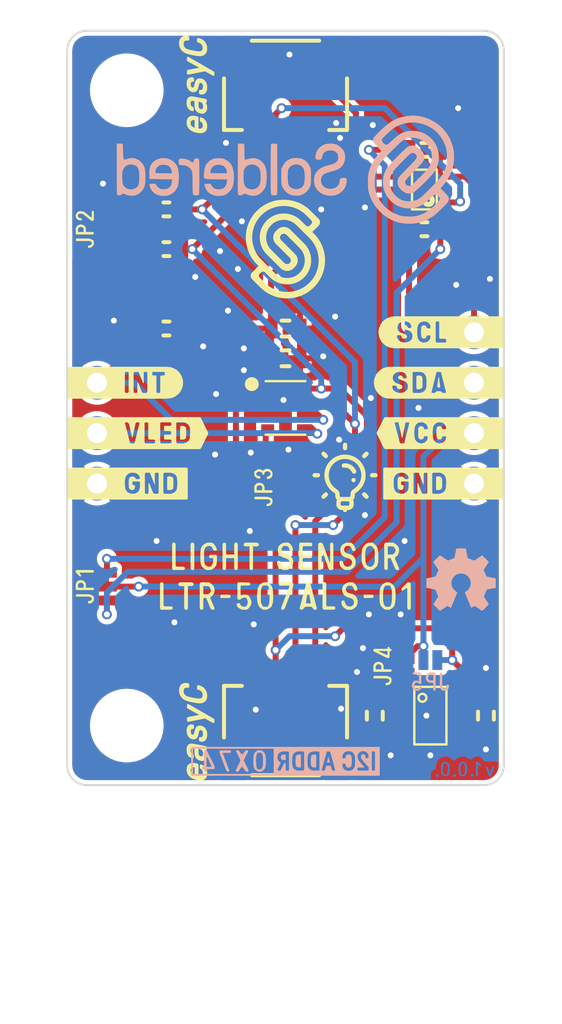
<source format=kicad_pcb>
(kicad_pcb (version 20210623) (generator pcbnew)
  (layers (0 "F.Cu" signal) (31 "B.Cu" signal) (34 "B.Paste" user) (35 "F.Paste" user) (36 "B.SilkS" user "B.Silkscreen") (37 "F.SilkS" user "F.Silkscreen") (38 "B.Mask" user) (39 "F.Mask" user) (44 "Edge.Cuts" user))
  (net 0 "")
  (net 1 "GND")
  (net 2 "3V3")
  (net 3 "Net-(C3-Pad2)")
  (net 4 "SCL_PULL5")
  (net 5 "5V")
  (net 6 "SDA_PULL5")
  (net 7 "SCL_PULL3,3")
  (net 8 "SDA_PULL3,3")
  (net 9 "SEL")
  (net 10 "VLED")
  (net 11 "INT")
  (net 12 "SCL3,3")
  (net 13 "SDA3,3")
  (net 14 "SDA5")
  (net 15 "SCL5")
  (footprint "e-radionica.com footprinti:0603C" (layer "F.Cu") (at 105.5 146.5 90)
    (fp_text reference "C3")
    (fp_text value "2.2uF")
    (pad "1" smd rect locked (at -0.73 0 90) (size 0.66 1) (layers "F.Cu" "F.Paste" "F.Mask") (net 1 "GND"))
    (pad "2" smd rect locked (at 0.73 0 90) (size 0.66 1) (layers "F.Cu" "F.Paste" "F.Mask") (net 3 "Net-(C3-Pad2)"))
  )
  (footprint "e-radionica.com footprinti:easyC-connector" (layer "F.Cu") (at 101 146.7 180)
    (fp_text reference "K4")
    (fp_text value "easyC-SMD")
    (pad "1" smd rect locked (at -1.5 2.15 180) (size 0.6 1.55) (layers "F.Cu" "F.Paste" "F.Mask") (net 12 "SCL3,3"))
    (pad "2" smd rect locked (at -0.5 2.15 180) (size 0.6 1.55) (layers "F.Cu" "F.Paste" "F.Mask") (net 13 "SDA3,3"))
    (pad "3" smd rect locked (at 0.5 2.15 180) (size 0.6 1.55) (layers "F.Cu" "F.Paste" "F.Mask") (net 2 "3V3"))
    (pad "4" smd rect locked (at 1.5 2.15 180) (size 0.6 1.55) (layers "F.Cu" "F.Paste" "F.Mask") (net 1 "GND"))
    (pad "5" smd rect locked (at -2.6 -2.15 180) (size 1.2 1.8) (layers "F.Cu" "F.Paste" "F.Mask") (net 1 "GND"))
    (pad "5" smd rect locked (at 2.6 -2.15 180) (size 1.2 1.8) (layers "F.Cu" "F.Paste" "F.Mask") (net 1 "GND"))
  )
  (footprint "Soldered Graphics:Logo-Back-OSH-3.5mm" (layer "F.Cu") (at 109.85 139.65)
    (fp_text reference "G***" hide)
    (fp_text value "LOGO" hide)
  )
  (footprint "e-radionica.com footprinti:0603C" (layer "F.Cu") (at 101 128.5 180)
    (fp_text reference "C2")
    (fp_text value "100n")
    (pad "1" smd rect locked (at -0.73 0 180) (size 0.66 1) (layers "F.Cu" "F.Paste" "F.Mask") (net 1 "GND"))
    (pad "2" smd rect locked (at 0.73 0 180) (size 0.66 1) (layers "F.Cu" "F.Paste" "F.Mask") (net 2 "3V3"))
  )
  (footprint "e-radionica.com footprinti:0603C" (layer "F.Cu") (at 111.1 146.5 90)
    (fp_text reference "C4")
    (fp_text value "2.2uF")
    (pad "1" smd rect locked (at -0.73 0 90) (size 0.66 1) (layers "F.Cu" "F.Paste" "F.Mask") (net 1 "GND"))
    (pad "2" smd rect locked (at 0.73 0 90) (size 0.66 1) (layers "F.Cu" "F.Paste" "F.Mask") (net 2 "3V3"))
  )
  (footprint "e-radionica.com footprinti:SMD_JUMPER_3_PAD_TRACE" (layer "F.Cu") (at 92 140 -90)
    (fp_text reference "JP1")
    (fp_text value "SMD_JUMPER_3_PAD_TRACE")
    (fp_poly (pts (xy -0.25 0.05) (xy -0.45 0.05) (xy -0.45 -0.05) (xy -0.25 -0.05)) (layer "F.Cu") (width 0.1) (fill solid))
    (fp_poly (pts (xy 0.45 0.05) (xy 0.25 0.05) (xy 0.25 -0.05) (xy 0.45 -0.05)) (layer "F.Cu") (width 0.1) (fill solid))
    (pad "1" smd rect (at -0.7 0 90) (size 0.5 1) (layers "F.Cu" "F.Mask") (net 4 "SCL_PULL5"))
    (pad "2" smd custom (at 0 0 90) (size 0.5 1) (layers "F.Cu" "F.Mask") (net 5 "5V") (options (clearance outline) (anchor rect)) (primitives))
    (pad "3" smd rect (at 0.7 0 90) (size 0.5 1) (layers "F.Cu" "F.Mask") (net 6 "SDA_PULL5"))
  )
  (footprint "buzzardLabel" (layer "F.Cu") (at 112.4 132.27)
    (fp_text reference "" (at 0 0) (layer "F.SilkS") (effects (font (size 1.27 1.27))))
    (fp_text value "" (at 0 0) (layer "F.SilkS") (effects (font (size 1.27 1.27))))
  )
  (footprint "Soldered Graphics:Logo-Front-easyC-5mm" (layer "F.Cu") (at 96.5 114.7 90)
    (fp_text reference "G***" hide)
    (fp_text value "LOGO" hide)
  )
  (footprint "Soldered Graphics:Logo-Back-SolderedFULL-17mm" (layer "F.Cu") (at 101 119)
    (fp_text reference "REF**" hide)
    (fp_text value "Logo-Front-SolderedFULL-17mm" hide)
  )
  (footprint "e-radionica.com footprinti:FIDUCIAL_23" (layer "F.Cu") (at 109.8 113.9)
    (fp_text reference "FD1")
    (fp_text value "FIDUCIAL")
    (fp_circle (center 0 0) (end 1 0) (layer "F.Cu") (width 0.2) (fill none))
    (pad "1" smd circle (at 0 0) (size 1 1) (layers "F.Cu" "F.Paste" "F.Mask") (clearance 1.1))
  )
  (footprint "buzzardLabel" (layer "F.Cu") (at 112.4 129.73)
    (fp_text reference "" (at 0 0) (layer "F.SilkS") (effects (font (size 1.27 1.27))))
    (fp_text value "" (at 0 0) (layer "F.SilkS") (effects (font (size 1.27 1.27))))
  )
  (footprint "buzzardLabel" (layer "F.Cu") (at 101 138.5)
    (fp_text reference "" (at 0 0) (layer "F.SilkS") (effects (font (size 1.27 1.27))))
    (fp_text value "" (at 0 0) (layer "F.SilkS") (effects (font (size 1.27 1.27))))
  )
  (footprint "e-radionica.com footprinti:HOLE_3.2mm" (layer "F.Cu") (at 93 115)
    (fp_text reference "H2" hide)
    (fp_text value "HOLE_3.2mm" hide)
    (pad "" np_thru_hole circle locked (at 0 0) (size 3.2 3.2) (drill 3.2) (layers F&B.Cu *.Mask))
  )
  (footprint "e-radionica.com footprinti:LTR-507ALS-01" (layer "F.Cu") (at 101 131)
    (fp_text reference "U2")
    (fp_text value "LTR-507ALS-01")
    (pad "1" smd rect (at -0.9 -0.975) (size 0.65 0.3) (layers "F.Cu" "F.Paste" "F.Mask") (net 2 "3V3"))
    (pad "2" smd rect (at -0.9 -0.325) (size 0.65 0.3) (layers "F.Cu" "F.Paste" "F.Mask") (net 1 "GND"))
    (pad "3" smd rect (at -0.9 0.325) (size 0.65 0.3) (layers "F.Cu" "F.Paste" "F.Mask") (net 1 "GND"))
    (pad "4" smd rect (at -0.9 0.975) (size 0.65 0.3) (layers "F.Cu" "F.Paste" "F.Mask") (net 9 "SEL"))
    (pad "5" smd rect (at 0.9 0.975) (size 0.65 0.3) (layers "F.Cu" "F.Paste" "F.Mask") (net 10 "VLED"))
    (pad "6" smd rect (at 0.9 0.325) (size 0.65 0.3) (layers "F.Cu" "F.Paste" "F.Mask") (net 11 "INT"))
    (pad "7" smd rect (at 0.9 -0.325) (size 0.65 0.3) (layers "F.Cu" "F.Paste" "F.Mask") (net 12 "SCL3,3"))
    (pad "8" smd rect (at 0.9 -0.975) (size 0.65 0.3) (layers "F.Cu" "F.Paste" "F.Mask") (net 13 "SDA3,3"))
  )
  (footprint "buzzardLabel" (layer "F.Cu") (at 101 140.5)
    (fp_text reference "" (at 0 0) (layer "F.SilkS") (effects (font (size 1.27 1.27))))
    (fp_text value "" (at 0 0) (layer "F.SilkS") (effects (font (size 1.27 1.27))))
  )
  (footprint "buzzardLabel" (layer "F.Cu") (at 89.6 134.81)
    (fp_text reference "" (at 0 0) (layer "F.SilkS") (effects (font (size 1.27 1.27))))
    (fp_text value "" (at 0 0) (layer "F.SilkS") (effects (font (size 1.27 1.27))))
  )
  (footprint "Soldered Graphics:Logo-Front-Soldered-5mm" (layer "F.Cu") (at 101 123)
    (fp_text reference "G***" hide)
    (fp_text value "LOGO" hide)
  )
  (footprint "e-radionica.com footprinti:0603R" (layer "F.Cu") (at 95 121 180)
    (fp_text reference "R4")
    (fp_text value "10k")
    (pad "1" smd rect locked (at -0.775 0 270) (size 1 0.64) (layers "F.Cu" "F.Paste" "F.Mask") (net 12 "SCL3,3"))
    (pad "2" smd rect locked (at 0.775 0 270) (size 1 0.64) (layers "F.Cu" "F.Paste" "F.Mask") (net 7 "SCL_PULL3,3"))
  )
  (footprint "e-radionica.com footprinti:0603R" (layer "F.Cu") (at 108 118)
    (fp_text reference "R2")
    (fp_text value "10k")
    (pad "1" smd rect locked (at -0.775 0 90) (size 1 0.64) (layers "F.Cu" "F.Paste" "F.Mask") (net 4 "SCL_PULL5"))
    (pad "2" smd rect locked (at 0.775 0 90) (size 1 0.64) (layers "F.Cu" "F.Paste" "F.Mask") (net 15 "SCL5"))
  )
  (footprint "e-radionica.com footprinti:SMD-JUMPER-CONNECTED_TRACE_SLODERMASK" (layer "F.Cu") (at 107 144 90)
    (fp_text reference "JP4")
    (fp_text value "SMD-JUMPER-CONNECTED_TRACE_SLODERMASK")
    (fp_poly (pts (xy 0.1 0.1) (xy -0.1 0.1) (xy -0.1 -0.1) (xy 0.1 -0.1)) (layer "F.Cu") (width 0.1) (fill solid))
    (pad "1" smd rect (at -0.35 0 90) (size 0.5 1) (layers "F.Cu" "F.Mask") (net 3 "Net-(C3-Pad2)"))
    (pad "2" smd rect (at 0.35 0 90) (size 0.5 1) (layers "F.Cu" "F.Mask") (net 5 "5V"))
  )
  (footprint "e-radionica.com footprinti:SMD_JUMPER_3_PAD_CONNECTED_RIGHT" (layer "F.Cu") (at 101 135 90)
    (fp_text reference "JP3")
    (fp_text value "JUMPER_3_RIGHT")
    (pad "1" smd rect (at -0.7 0 270) (size 0.5 1) (layers "F.Cu" "F.Mask") (net 2 "3V3"))
    (pad "2" smd rect (at 0 0 270) (size 0.5 1) (layers "F.Cu" "F.Paste" "F.Mask") (net 9 "SEL"))
    (pad "3" smd rect (at 0.7 0 270) (size 0.5 1) (layers "F.Cu" "F.Paste" "F.Mask") (net 1 "GND"))
  )
  (footprint "e-radionica.com footprinti:0603C" (layer "F.Cu") (at 101 127 180)
    (fp_text reference "C1")
    (fp_text value "4u7")
    (pad "1" smd rect locked (at -0.73 0 180) (size 0.66 1) (layers "F.Cu" "F.Paste" "F.Mask") (net 1 "GND"))
    (pad "2" smd rect locked (at 0.73 0 180) (size 0.66 1) (layers "F.Cu" "F.Paste" "F.Mask") (net 2 "3V3"))
  )
  (footprint "e-radionica.com footprinti:SOT-23-5" (layer "F.Cu") (at 108.3 146.5)
    (fp_text reference "U3")
    (fp_text value "SE5218")
    (pad "1" smd rect (at -1.3 -0.95) (size 1.1 0.6) (layers "F.Cu" "F.Paste" "F.Mask") (net 3 "Net-(C3-Pad2)"))
    (pad "2" smd rect (at -1.3 0) (size 1.1 0.6) (layers "F.Cu" "F.Paste" "F.Mask") (net 1 "GND"))
    (pad "3" smd rect (at -1.3 0.95) (size 1.1 0.6) (layers "F.Cu" "F.Paste" "F.Mask") (net 3 "Net-(C3-Pad2)"))
    (pad "4" smd rect (at 1.3 0.95) (size 1.1 0.6) (layers "F.Cu" "F.Paste" "F.Mask"))
    (pad "5" smd rect (at 1.3 -0.95) (size 1.1 0.6) (layers "F.Cu" "F.Paste" "F.Mask") (net 2 "3V3"))
  )
  (footprint "buzzardLabel" (layer "F.Cu") (at 112.4 127.19)
    (fp_text reference "" (at 0 0) (layer "F.SilkS") (effects (font (size 1.27 1.27))))
    (fp_text value "" (at 0 0) (layer "F.SilkS") (effects (font (size 1.27 1.27))))
  )
  (footprint "e-radionica.com footprinti:SMD_JUMPER_3_PAD_TRACE" (layer "F.Cu") (at 92 122 -90)
    (fp_text reference "JP2")
    (fp_text value "SMD_JUMPER_3_PAD_TRACE")
    (fp_poly (pts (xy -0.25 0.05) (xy -0.45 0.05) (xy -0.45 -0.05) (xy -0.25 -0.05)) (layer "F.Cu") (width 0.1) (fill solid))
    (fp_poly (pts (xy 0.45 0.05) (xy 0.25 0.05) (xy 0.25 -0.05) (xy 0.45 -0.05)) (layer "F.Cu") (width 0.1) (fill solid))
    (pad "1" smd rect (at -0.7 0 90) (size 0.5 1) (layers "F.Cu" "F.Mask") (net 7 "SCL_PULL3,3"))
    (pad "2" smd custom (at 0 0 90) (size 0.5 1) (layers "F.Cu" "F.Mask") (net 2 "3V3") (options (clearance outline) (anchor rect)) (primitives))
    (pad "3" smd rect (at 0.7 0 90) (size 0.5 1) (layers "F.Cu" "F.Mask") (net 8 "SDA_PULL3,3"))
  )
  (footprint "e-radionica.com footprinti:0603R" (layer "F.Cu") (at 108 122)
    (fp_text reference "R3")
    (fp_text value "10k")
    (pad "1" smd rect locked (at -0.775 0 90) (size 1 0.64) (layers "F.Cu" "F.Paste" "F.Mask") (net 14 "SDA5"))
    (pad "2" smd rect locked (at 0.775 0 90) (size 1 0.64) (layers "F.Cu" "F.Paste" "F.Mask") (net 6 "SDA_PULL5"))
  )
  (footprint "buzzardLabel" (layer "F.Cu") (at 89.6 129.73)
    (fp_text reference "" (at 0 0) (layer "F.SilkS") (effects (font (size 1.27 1.27))))
    (fp_text value "" (at 0 0) (layer "F.SilkS") (effects (font (size 1.27 1.27))))
  )
  (footprint "Soldered Graphics:Logo-Front-easyC-5mm" (layer "F.Cu") (at 96.5 147.3 90)
    (fp_text reference "G***" hide)
    (fp_text value "LOGO" hide)
  )
  (footprint "e-radionica.com footprinti:0603R" (layer "F.Cu") (at 95 127 180)
    (fp_text reference "R5")
    (fp_text value "10k")
    (pad "1" smd rect locked (at -0.775 0 270) (size 1 0.64) (layers "F.Cu" "F.Paste" "F.Mask") (net 2 "3V3"))
    (pad "2" smd rect locked (at 0.775 0 270) (size 1 0.64) (layers "F.Cu" "F.Paste" "F.Mask") (net 11 "INT"))
  )
  (footprint "buzzardLabel" (layer "F.Cu") (at 99.9 135 90)
    (fp_text reference "" (at 0 0 90) (layer "F.SilkS") (effects (font (size 1.27 1.27))))
    (fp_text value "" (at 0 0 90) (layer "F.SilkS") (effects (font (size 1.27 1.27))))
  )
  (footprint "e-radionica.com footprinti:0603R" (layer "F.Cu") (at 95 123)
    (fp_text reference "R1")
    (fp_text value "10k")
    (pad "1" smd rect locked (at -0.775 0 90) (size 1 0.64) (layers "F.Cu" "F.Paste" "F.Mask") (net 8 "SDA_PULL3,3"))
    (pad "2" smd rect locked (at 0.775 0 90) (size 1 0.64) (layers "F.Cu" "F.Paste" "F.Mask") (net 13 "SDA3,3"))
  )
  (footprint "Soldered Graphics:Symbol-Front-Light" (layer "F.Cu") (at 104 134.5)
    (fp_text reference "G***" hide)
    (fp_text value "LOGO" hide)
  )
  (footprint "buzzardLabel" (layer "F.Cu") (at 112.4 134.81)
    (fp_text reference "" (at 0 0) (layer "F.SilkS") (effects (font (size 1.27 1.27))))
    (fp_text value "" (at 0 0) (layer "F.SilkS") (effects (font (size 1.27 1.27))))
  )
  (footprint "buzzardLabel" (layer "F.Cu") (at 90.9 140 90)
    (fp_text reference "" (at 0 0 90) (layer "F.SilkS") (effects (font (size 1.27 1.27))))
    (fp_text value "" (at 0 0 90) (layer "F.SilkS") (effects (font (size 1.27 1.27))))
  )
  (footprint "buzzardLabel" (layer "F.Cu") (at 105.9 144 90)
    (fp_text reference "" (at 0 0 90) (layer "F.SilkS") (effects (font (size 1.27 1.27))))
    (fp_text value "" (at 0 0 90) (layer "F.SilkS") (effects (font (size 1.27 1.27))))
  )
  (footprint "buzzardLabel" (layer "F.Cu") (at 90.9 122 90)
    (fp_text reference "" (at 0 0 90) (layer "F.SilkS") (effects (font (size 1.27 1.27))))
    (fp_text value "" (at 0 0 90) (layer "F.SilkS") (effects (font (size 1.27 1.27))))
  )
  (footprint "e-radionica.com footprinti:easyC-connector" (layer "F.Cu") (at 101 115.3)
    (fp_text reference "K2")
    (fp_text value "easyC-SMD")
    (pad "1" smd rect locked (at -1.5 2.15) (size 0.6 1.55) (layers "F.Cu" "F.Paste" "F.Mask") (net 12 "SCL3,3"))
    (pad "2" smd rect locked (at -0.5 2.15) (size 0.6 1.55) (layers "F.Cu" "F.Paste" "F.Mask") (net 13 "SDA3,3"))
    (pad "3" smd rect locked (at 0.5 2.15) (size 0.6 1.55) (layers "F.Cu" "F.Paste" "F.Mask") (net 2 "3V3"))
    (pad "4" smd rect locked (at 1.5 2.15) (size 0.6 1.55) (layers "F.Cu" "F.Paste" "F.Mask") (net 1 "GND"))
    (pad "5" smd rect locked (at -2.6 -2.15) (size 1.2 1.8) (layers "F.Cu" "F.Paste" "F.Mask") (net 1 "GND"))
    (pad "5" smd rect locked (at 2.6 -2.15) (size 1.2 1.8) (layers "F.Cu" "F.Paste" "F.Mask") (net 1 "GND"))
  )
  (footprint "e-radionica.com footprinti:SOT-363" (layer "F.Cu") (at 108 120 180)
    (fp_text reference "U1")
    (fp_text value "NMOS-DUAL")
    (pad "1" smd rect (at -0.92 -0.65 270) (size 0.3 0.66) (layers "F.Cu" "F.Paste" "F.Mask") (net 13 "SDA3,3"))
    (pad "2" smd rect (at -0.92 0 270) (size 0.3 0.66) (layers "F.Cu" "F.Paste" "F.Mask") (net 2 "3V3"))
    (pad "3" smd rect (at -0.92 0.65 270) (size 0.3 0.66) (layers "F.Cu" "F.Paste" "F.Mask") (net 15 "SCL5"))
    (pad "4" smd rect (at 0.92 0.65 270) (size 0.3 0.66) (layers "F.Cu" "F.Paste" "F.Mask") (net 12 "SCL3,3"))
    (pad "5" smd rect (at 0.92 0 270) (size 0.3 0.66) (layers "F.Cu" "F.Paste" "F.Mask") (net 2 "3V3"))
    (pad "6" smd rect (at 0.92 -0.65 270) (size 0.3 0.66) (layers "F.Cu" "F.Paste" "F.Mask") (net 14 "SDA5"))
  )
  (footprint "buzzardLabel" (layer "F.Cu") (at 89.6 132.27)
    (fp_text reference "" (at 0 0) (layer "F.SilkS") (effects (font (size 1.27 1.27))))
    (fp_text value "" (at 0 0) (layer "F.SilkS") (effects (font (size 1.27 1.27))))
  )
  (footprint "e-radionica.com footprinti:HOLE_3.2mm" (layer "F.Cu") (at 93 147)
    (fp_text reference "H1" hide)
    (fp_text value "HOLE_3.2mm" hide)
    (pad "" np_thru_hole circle locked (at 0 0) (size 3.2 3.2) (drill 3.2) (layers F&B.Cu *.Mask))
  )
  (footprint "e-radionica.com footprinti:SMD_JUMPER" (layer "B.Cu") (at 108.3 143.7)
    (fp_text reference "JP5")
    (fp_text value "SMD_JUMPER")
    (pad "1" smd rect (at -0.35 0) (size 0.5 1) (layers "B.Cu" "B.Mask") (net 5 "5V"))
    (pad "2" smd rect (at 0.35 0) (size 0.5 1) (layers "B.Cu" "B.Mask") (net 2 "3V3"))
  )
  (footprint "buzzardLabel" (layer "B.Cu") (at 98.4 148.8 180)
    (fp_text reference "" (at 0 0) (layer "B.SilkS") (effects (font (size 1.27 1.27)) (justify mirror)))
    (fp_text value "" (at 0 0) (layer "B.SilkS") (effects (font (size 1.27 1.27)) (justify mirror)))
  )
  (footprint "e-radionica.com footprinti:HEADER_MALE_4X1" (layer "B.Cu") (at 110.5 131 90)
    (fp_text reference "K3")
    (fp_text value "HEADER_MALE_4X1")
    (pad "1" thru_hole circle locked (at -3.81 0 90) (size 1.7 1.7) (drill 1) (layers *.Cu *.Mask) (net 1 "GND"))
    (pad "2" thru_hole circle locked (at -1.27 0 90) (size 1.7 1.7) (drill 1) (layers *.Cu *.Mask) (net 5 "5V"))
    (pad "3" thru_hole circle locked (at 1.27 0 90) (size 1.7 1.7) (drill 1) (layers *.Cu *.Mask) (net 14 "SDA5"))
    (pad "4" thru_hole circle locked (at 3.81 0 90) (size 1.7 1.7) (drill 1) (layers *.Cu *.Mask) (net 15 "SCL5"))
  )
  (footprint "Soldered Graphics:Version1.0.0." (layer "B.Cu") (at 110 149.2 180)
    (fp_text reference "Ref**" hide)
    (fp_text value "Val**" hide)
    (fp_poly (pts (xy -0.67 -0.35) (xy -0.62 -0.35) (xy -0.6 -0.31) (xy -0.6 0.35) (xy -0.64 0.38) (xy -0.69 0.38) (xy -0.73 0.34) (xy -0.84 0.22) (xy -0.86 0.17) (xy -0.83 0.16) (xy -0.73 0.22) (xy -0.69 0.23) (xy -0.69 -0.31) (xy -0.67 -0.35)) (layer "B.Cu") (width 0.01) (fill solid))
    (fp_poly (pts (xy 1.31 -0.38) (xy 1.36 -0.38) (xy 1.41 -0.37) (xy 1.42 -0.33) (xy 1.42 -0.27) (xy 1.38 -0.26) (xy 1.33 -0.26) (xy 1.3 -0.29) (xy 1.3 -0.34) (xy 1.31 -0.38)) (layer "B.Cu") (width 0.01) (fill solid))
    (fp_poly (pts (xy 0.43 -0.38) (xy 0.48 -0.38) (xy 0.54 -0.37) (xy 0.54 -0.33) (xy 0.54 -0.27) (xy 0.5 -0.26) (xy 0.45 -0.26) (xy 0.42 -0.29) (xy 0.42 -0.34) (xy 0.43 -0.38)) (layer "B.Cu") (width 0.01) (fill solid))
    (fp_poly (pts (xy 0.06 -0.35) (xy 0.11 -0.35) (xy 0.17 -0.33) (xy 0.13 -0.28) (xy 0.03 -0.28) (xy -0.01 -0.25) (xy -0.03 -0.2) (xy -0.05 -0.15) (xy -0.05 -0.11) (xy -0.05 0.01) (xy -0.05 0.13) (xy -0.05 0.17) (xy -0.03 0.22) (xy -0.01 0.27) (xy 0.02 0.3) (xy 0.13 0.3) (xy 0.16 0.26) (xy 0.18 0.21) (xy 0.18 0.15) (xy 0.19 0.05) (xy 0.19 -0.08) (xy 0.19 -0.12) (xy 0.18 -0.17) (xy 0.16 -0.22) (xy 0.14 -0.27) (xy 0.14 -0.28) (xy 0.17 -0.32) (xy 0.21 -0.29) (xy 0.24 -0.26) (xy 0.26 -0.22) (xy 0.27 -0.16) (xy 0.28 -0.11) (xy 0.28 -0.06) (xy 0.28 0.06) (xy 0.28 0.12) (xy 0.27 0.17) (xy 0.26 0.22) (xy 0.25 0.27) (xy 0.22 0.3) (xy 0.19 0.34) (xy 0.13 0.37) (xy 0.08 0.38) (xy 0.02 0.38) (xy -0.03 0.35) (xy -0.08 0.31) (xy -0.1 0.28) (xy -0.12 0.23) (xy -0.14 0.18) (xy -0.14 0.13) (xy -0.15 0.08) (xy -0.15 -0.04) (xy -0.14 -0.1) (xy -0.14 -0.14) (xy -0.13 -0.2) (xy -0.11 -0.25) (xy -0.08 -0.28) (xy -0.05 -0.32) (xy 0.01 -0.35) (xy 0.06 -0.35)) (layer "B.Cu") (width 0.01) (fill solid))
    (fp_poly (pts (xy 0.93 -0.35) (xy 0.99 -0.35) (xy 1.04 -0.33) (xy 1.01 -0.28) (xy 0.91 -0.28) (xy 0.87 -0.25) (xy 0.85 -0.2) (xy 0.83 -0.15) (xy 0.83 -0.11) (xy 0.82 0.01) (xy 0.83 0.13) (xy 0.83 0.17) (xy 0.84 0.22) (xy 0.87 0.27) (xy 0.9 0.3) (xy 1.01 0.3) (xy 1.04 0.26) (xy 1.05 0.21) (xy 1.06 0.15) (xy 1.07 0.05) (xy 1.07 -0.08) (xy 1.06 -0.12) (xy 1.06 -0.17) (xy 1.04 -0.22) (xy 1.02 -0.27) (xy 1.01 -0.28) (xy 1.05 -0.32) (xy 1.09 -0.29) (xy 1.12 -0.26) (xy 1.14 -0.22) (xy 1.15 -0.16) (xy 1.16 -0.11) (xy 1.16 -0.06) (xy 1.16 0.06) (xy 1.16 0.12) (xy 1.15 0.17) (xy 1.14 0.22) (xy 1.13 0.27) (xy 1.1 0.3) (xy 1.06 0.34) (xy 1.01 0.37) (xy 0.95 0.38) (xy 0.9 0.38) (xy 0.84 0.35) (xy 0.8 0.31) (xy 0.78 0.28) (xy 0.75 0.23) (xy 0.74 0.18) (xy 0.74 0.13) (xy 0.73 0.08) (xy 0.73 -0.04) (xy 0.73 -0.1) (xy 0.74 -0.14) (xy 0.75 -0.2) (xy 0.77 -0.25) (xy 0.79 -0.28) (xy 0.83 -0.32) (xy 0.89 -0.35) (xy 0.93 -0.35)) (layer "B.Cu") (width 0.01) (fill solid))
    (fp_poly (pts (xy -1.33 -0.35) (xy -1.27 -0.35) (xy -1.25 -0.31) (xy -1.09 0.1) (xy -1.11 0.13) (xy -1.16 0.13) (xy -1.19 0.1) (xy -1.28 -0.16) (xy -1.3 -0.21) (xy -1.32 -0.17) (xy -1.41 0.09) (xy -1.44 0.13) (xy -1.49 0.13) (xy -1.51 0.1) (xy -1.36 -0.31) (xy -1.33 -0.35)) (layer "B.Cu") (width 0.01) (fill solid))
    (fp_poly (pts (xy -0.44 -0.38) (xy -0.39 -0.38) (xy -0.34 -0.37) (xy -0.34 -0.33) (xy -0.34 -0.27) (xy -0.38 -0.26) (xy -0.43 -0.26) (xy -0.46 -0.29) (xy -0.46 -0.34) (xy -0.44 -0.38)) (layer "B.Cu") (width 0.01) (fill solid))
  )
  (footprint "e-radionica.com footprinti:HEADER_MALE_3X1" (layer "B.Cu") (at 91.5 132.27 90)
    (fp_text reference "K1")
    (fp_text value "HEADER_MALE_3X1")
    (pad "1" thru_hole circle locked (at -2.54 0 90) (size 1.7 1.7) (drill 1) (layers *.Cu *.Mask) (net 1 "GND"))
    (pad "2" thru_hole circle locked (at 0 0 90) (size 1.7 1.7) (drill 1) (layers *.Cu *.Mask) (net 10 "VLED"))
    (pad "3" thru_hole circle locked (at 2.54 0 90) (size 1.7 1.7) (drill 1) (layers *.Cu *.Mask) (net 11 "INT"))
  )
  (footprint "buzzardLabel" (layer "B.Cu") (at 108.3 144.8 180)
    (fp_text reference "" (at 0 0) (layer "B.SilkS") (effects (font (size 1.27 1.27)) (justify mirror)))
    (fp_text value "" (at 0 0) (layer "B.SilkS") (effects (font (size 1.27 1.27)) (justify mirror)))
  )
  (footprint "Soldered Graphics:Symbol-Front-I2C-ADDR-Field" (layer "B.Cu") (at 101 148.8 180)
    (fp_text reference "REF**" hide)
    (fp_text value "Symbol-Front-I2C-ADDR-Field" hide)
  )
  (gr_line (start 112 113) (end 112 149) (layer "Edge.Cuts") (width 0.1))
  (gr_arc (start 111 113) (end 111 112) (angle 90) (layer "Edge.Cuts") (width 0.1))
  (gr_line (start 90 149) (end 90 113) (layer "Edge.Cuts") (width 0.1))
  (gr_line (start 91 112) (end 111 112) (layer "Edge.Cuts") (width 0.1))
  (gr_arc (start 91 113) (end 91 112) (angle -90) (layer "Edge.Cuts") (width 0.1))
  (gr_line (start 111 150) (end 91 150) (layer "Edge.Cuts") (width 0.1))
  (gr_arc (start 111 149) (end 111 150) (angle -90) (layer "Edge.Cuts") (width 0.1))
  (gr_arc (start 91 149) (end 91 150) (angle 90) (layer "Edge.Cuts") (width 0.1))
  (via (at 99.25 133.25) (size 0.5) (drill 0.3) (layers "F.Cu" "B.Cu") (net 1))
  (via (at 100.9 130.6) (size 0.5) (drill 0.3) (layers "F.Cu" "B.Cu") (net 1))
  (via (at 108.3 148.5) (size 0.5) (drill 0.3) (layers "F.Cu" "B.Cu") (net 1))
  (via (at 103.8 146.15) (size 0.5) (drill 0.3) (layers "F.Cu" "B.Cu") (net 1))
  (via (at 109.7 115.9) (size 0.5) (drill 0.3) (layers "F.Cu" "B.Cu") (net 1))
  (via (at 103.7 132.6) (size 0.5) (drill 0.3) (layers "F.Cu" "B.Cu") (net 1))
  (via (at 97.5 130.3) (size 0.5) (drill 0.3) (layers "F.Cu" "B.Cu") (net 1))
  (via (at 111.3 124.5) (size 0.5) (drill 0.3) (layers "F.Cu" "B.Cu") (net 1))
  (via (at 91.8 119.7) (size 0.5) (drill 0.3) (layers "F.Cu" "B.Cu") (net 1))
  (via (at 105 120.9) (size 0.5) (drill 0.3) (layers "F.Cu" "B.Cu") (net 1))
  (via (at 111.1 144.1) (size 0.5) (drill 0.3) (layers "F.Cu" "B.Cu") (net 1))
  (via (at 102.9 128.4) (size 0.5) (drill 0.3) (layers "F.Cu" "B.Cu") (net 1))
  (via (at 105.2 141.4) (size 0.5) (drill 0.3) (layers "F.Cu" "B.Cu") (net 1))
  (via (at 98.6 124) (size 0.5) (drill 0.3) (layers "F.Cu" "B.Cu") (net 1))
  (via (at 108.1 146.5) (size 0.5) (drill 0.3) (layers "F.Cu" "B.Cu") (net 1))
  (via (at 92.35 126.6) (size 0.5) (drill 0.3) (layers "F.Cu" "B.Cu") (net 1))
  (via (at 103.75 117.4) (size 0.5) (drill 0.3) (layers "F.Cu" "B.Cu") (net 1))
  (via (at 98.8 121.6) (size 0.5) (drill 0.3) (layers "F.Cu" "B.Cu") (net 1))
  (via (at 103.5 126.4) (size 0.5) (drill 0.3) (layers "F.Cu" "B.Cu") (net 1))
  (via (at 95.4 141.8) (size 0.5) (drill 0.3) (layers "F.Cu" "B.Cu") (net 1))
  (via (at 105.4 116.75) (size 0.5) (drill 0.3) (layers "F.Cu" "B.Cu") (net 1))
  (via (at 105.3 130.5) (size 0.5) (drill 0.3) (layers "F.Cu" "B.Cu") (net 1))
  (via (at 104.9 143.1) (size 0.5) (drill 0.3) (layers "F.Cu" "B.Cu") (net 1))
  (via (at 109.6 124.8) (size 0.5) (drill 0.3) (layers "F.Cu" "B.Cu") (net 1))
  (via (at 104.6 144.3) (size 0.5) (drill 0.3) (layers "F.Cu" "B.Cu") (net 1))
  (via (at 102.8 121) (size 0.5) (drill 0.3) (layers "F.Cu" "B.Cu") (net 1))
  (via (at 107.7 131) (size 0.5) (drill 0.3) (layers "F.Cu" "B.Cu") (net 1))
  (via (at 98.1 126.1) (size 0.5) (drill 0.3) (layers "F.Cu" "B.Cu") (net 1))
  (via (at 99.2 137.2) (size 0.5) (drill 0.3) (layers "F.Cu" "B.Cu") (net 1))
  (via (at 97.45 133.35) (size 0.5) (drill 0.3) (layers "F.Cu" "B.Cu") (net 1))
  (via (at 106.3 148.5) (size 0.5) (drill 0.3) (layers "F.Cu" "B.Cu") (net 1))
  (via (at 101.15 133.1) (size 0.5) (drill 0.3) (layers "F.Cu" "B.Cu") (net 1))
  (via (at 94.5 137.7) (size 0.5) (drill 0.3) (layers "F.Cu" "B.Cu") (net 1))
  (via (at 111.1 148.2) (size 0.5) (drill 0.3) (layers "F.Cu" "B.Cu") (net 1))
  (via (at 99.4 141.9) (size 0.5) (drill 0.3) (layers "F.Cu" "B.Cu") (net 1))
  (via (at 106.8 141.4) (size 0.5) (drill 0.3) (layers "F.Cu" "B.Cu") (net 1))
  (via (at 98.9 128) (size 0.5) (drill 0.3) (layers "F.Cu" "B.Cu") (net 1))
  (via (at 103.55 116.65) (size 0.5) (drill 0.3) (layers "F.Cu" "B.Cu") (net 1))
  (via (at 96.85 127.9) (size 0.5) (drill 0.3) (layers "F.Cu" "B.Cu") (net 1))
  (via (at 107 137.7) (size 0.5) (drill 0.3) (layers "F.Cu" "B.Cu") (net 1))
  (via (at 98 117.65) (size 0.5) (drill 0.3) (layers "F.Cu" "B.Cu") (net 1))
  (via (at 105 136.4) (size 0.5) (drill 0.3) (layers "F.Cu" "B.Cu") (net 1))
  (via (at 96.45 124.4) (size 0.5) (drill 0.3) (layers "F.Cu" "B.Cu") (net 1))
  (via (at 97.7 123.1) (size 0.5) (drill 0.3) (layers "F.Cu" "B.Cu") (net 1))
  (via (at 99.5 146.2) (size 0.5) (drill 0.3) (layers "F.Cu" "B.Cu") (net 1))
  (via (at 101.2 113.2) (size 0.5) (drill 0.3) (layers "F.Cu" "B.Cu") (net 1))
  (via (at 98.9 129.1) (size 0.5) (drill 0.3) (layers "F.Cu" "B.Cu") (net 1))
  (segment (start 100.5 143.2) (end 100.5 137.2) (width 0.3) (layer "F.Cu") (net 2))
  (segment (start 100.5 137.2) (end 100.5 136.2) (width 0.3) (layer "F.Cu") (net 2))
  (segment (start 99.275 130.025) (end 100.1 130.025) (width 0.3) (layer "F.Cu") (net 2))
  (segment (start 100.27 124.33) (end 101.5 123.1) (width 0.3) (layer "F.Cu") (net 2))
  (segment (start 95.775 126.175) (end 95.05 125.45) (width 0.3) (layer "F.Cu") (net 2))
  (segment (start 93.05 125.45) (end 90.8 123.2) (width 0.3) (layer "F.Cu") (net 2))
  (segment (start 111.1 145.77) (end 111.1 145.4) (width 0.3) (layer "F.Cu") (net 2))
  (segment (start 95.775 127) (end 100.27 127) (width 0.3) (layer "F.Cu") (net 2))
  (segment (start 100.27 127) (end 100.27 128.5) (width 0.3) (layer "F.Cu") (net 2))
  (segment (start 108.92 120) (end 107.08 120) (width 0.3) (layer "F.Cu") (net 2))
  (segment (start 108.7 142.1) (end 109.4 142.8) (width 0.3) (layer "F.Cu") (net 2))
  (segment (start 100.5 137.2) (end 98.5 135.2) (width 0.3) (layer "F.Cu") (net 2))
  (segment (start 91.246 122) (end 92 122) (width 0.3) (layer "F.Cu") (net 2))
  (segment (start 90.8 123.2) (end 90.8 122.446) (width 0.3) (layer "F.Cu") (net 2))
  (segment (start 98.5 135.2) (end 98.5 130.8) (width 0.3) (layer "F.Cu") (net 2))
  (segment (start 95.775 127) (end 95.775 126.175) (width 0.3) (layer "F.Cu") (net 2))
  (segment (start 100.27 126.23) (end 100.27 124.33) (width 0.3) (layer "F.Cu") (net 2))
  (segment (start 109.6 145.55) (end 110.88 145.55) (width 0.3) (layer "F.Cu") (net 2))
  (segment (start 95.05 125.45) (end 93.05 125.45) (width 0.3) (layer "F.Cu") (net 2))
  (segment (start 100.5 144.55) (end 100.5 143.2) (width 0.3) (layer "F.Cu") (net 2))
  (segment (start 109.4 142.8) (end 109.4 143.7) (width 0.3) (layer "F.Cu") (net 2))
  (segment (start 110.88 145.55) (end 111.1 145.77) (width 0.3) (layer "F.Cu") (net 2))
  (segment (start 98.5 130.8) (end 99.275 130.025) (width 0.3) (layer "F.Cu") (net 2))
  (segment (start 111.1 145.4) (end 109.4 143.7) (width 0.3) (layer "F.Cu") (net 2))
  (segment (start 103.9 142.1) (end 108.7 142.1) (width 0.3) (layer "F.Cu") (net 2))
  (segment (start 100.27 128.5) (end 100.27 129.855) (width 0.3) (layer "F.Cu") (net 2))
  (segment (start 101.5 118.8) (end 101.5 118.5) (width 0.3) (layer "F.Cu") (net 2))
  (segment (start 107.08 120) (end 102.7 120) (width 0.3) (layer "F.Cu") (net 2))
  (segment (start 100.5 136.2) (end 101 135.7) (width 0.3) (layer "F.Cu") (net 2))
  (segment (start 101.5 123.1) (end 101.5 118.5) (width 0.3) (layer "F.Cu") (net 2))
  (segment (start 100.27 129.855) (end 100.1 130.025) (width 0.3) (layer "F.Cu") (net 2))
  (segment (start 90.8 122.446) (end 91.246 122) (width 0.3) (layer "F.Cu") (net 2))
  (segment (start 103.5 142.5) (end 103.9 142.1) (width 0.3) (layer "F.Cu") (net 2))
  (segment (start 101.5 118.5) (end 101.5 117.45) (width 0.3) (layer "F.Cu") (net 2))
  (segment (start 102.7 120) (end 101.5 118.8) (width 0.3) (layer "F.Cu") (net 2))
  (segment (start 100.27 127) (end 100.27 126.23) (width 0.3) (layer "F.Cu") (net 2))
  (via (at 109.4 143.7) (size 0.5) (drill 0.3) (layers "F.Cu" "B.Cu") (net 2))
  (via (at 100.5 143.2) (size 0.5) (drill 0.3) (layers "F.Cu" "B.Cu") (net 2))
  (via (at 103.5 142.5) (size 0.5) (drill 0.3) (layers "F.Cu" "B.Cu") (net 2))
  (segment (start 101.2 142.5) (end 103.5 142.5) (width 0.3) (layer "B.Cu") (net 2))
  (segment (start 109.4 143.7) (end 108.65 143.7) (width 0.3) (layer "B.Cu") (net 2))
  (segment (start 100.5 143.2) (end 101.2 142.5) (width 0.3) (layer "B.Cu") (net 2))
  (segment (start 105.72 145.55) (end 105.5 145.77) (width 0.3) (layer "F.Cu") (net 3))
  (segment (start 108.8 146.8) (end 108.15 147.45) (width 0.3) (layer "F.Cu") (net 3))
  (segment (start 108.15 145.55) (end 108.8 146.2) (width 0.3) (layer "F.Cu") (net 3))
  (segment (start 107 145.55) (end 108.15 145.55) (width 0.3) (layer "F.Cu") (net 3))
  (segment (start 107 145.55) (end 107 144.35) (width 0.3) (layer "F.Cu") (net 3))
  (segment (start 107 145.55) (end 105.72 145.55) (width 0.3) (layer "F.Cu") (net 3))
  (segment (start 108.8 146.2) (end 108.8 146.8) (width 0.3) (layer "F.Cu") (net 3))
  (segment (start 108.15 147.45) (end 107 147.45) (width 0.3) (layer "F.Cu") (net 3))
  (segment (start 105.2 118) (end 107.225 118) (width 0.3) (layer "F.Cu") (net 4))
  (segment (start 92 139.3) (end 92 138.6) (width 0.3) (layer "F.Cu") (net 4))
  (via (at 92 138.6) (size 0.5) (drill 0.3) (layers "F.Cu" "B.Cu") (net 4))
  (via (at 105.2 118) (size 0.5) (drill 0.3) (layers "F.Cu" "B.Cu") (net 4))
  (segment (start 103.9 138.6) (end 92 138.6) (width 0.3) (layer "B.Cu") (net 4))
  (segment (start 106 118.8) (end 106 136.5) (width 0.3) (layer "B.Cu") (net 4))
  (segment (start 105.2 118) (end 106 118.8) (width 0.3) (layer "B.Cu") (net 4))
  (segment (start 106 136.5) (end 103.9 138.6) (width 0.3) (layer "B.Cu") (net 4))
  (segment (start 93.6 140) (end 92 140) (width 0.3) (layer "F.Cu") (net 5))
  (segment (start 107.95 143) (end 107.65 143) (width 0.3) (layer "F.Cu") (net 5))
  (segment (start 107.65 143) (end 107 143.65) (width 0.3) (layer "F.Cu") (net 5))
  (via (at 107.95 143) (size 0.5) (drill 0.3) (layers "F.Cu" "B.Cu") (net 5))
  (via (at 93.6 140) (size 0.5) (drill 0.3) (layers "F.Cu" "B.Cu") (net 5))
  (segment (start 93.6 140) (end 106.5 140) (width 0.3) (layer "B.Cu") (net 5))
  (segment (start 109.13 132.27) (end 110.5 132.27) (width 0.3) (layer "B.Cu") (net 5))
  (segment (start 107.95 143) (end 107.95 143.7) (width 0.3) (layer "B.Cu") (net 5))
  (segment (start 106.5 140) (end 107.95 138.55) (width 0.3) (layer "B.Cu") (net 5))
  (segment (start 107.95 133.45) (end 109.13 132.27) (width 0.3) (layer "B.Cu") (net 5))
  (segment (start 107.95 143) (end 107.95 133.45) (width 0.3) (layer "B.Cu") (net 5))
  (segment (start 108.8 123) (end 108.8 122.025) (width 0.3) (layer "F.Cu") (net 6))
  (segment (start 108.8 122.025) (end 108.775 122) (width 0.3) (layer "F.Cu") (net 6))
  (segment (start 92 140.7) (end 92 141.4) (width 0.3) (layer "F.Cu") (net 6))
  (via (at 108.8 123) (size 0.5) (drill 0.3) (layers "F.Cu" "B.Cu") (net 6))
  (via (at 92 141.4) (size 0.5) (drill 0.3) (layers "F.Cu" "B.Cu") (net 6))
  (segment (start 92 141.4) (end 92 140.3) (width 0.3) (layer "B.Cu") (net 6))
  (segment (start 104.098327 139.251673) (end 106.6 136.75) (width 0.3) (layer "B.Cu") (net 6))
  (segment (start 92 140.3) (end 93.048327 139.251673) (width 0.3) (layer "B.Cu") (net 6))
  (segment (start 93.048327 139.251673) (end 104.098327 139.251673) (width 0.3) (layer "B.Cu") (net 6))
  (segment (start 106.6 136.75) (end 106.6 125.2) (width 0.3) (layer "B.Cu") (net 6))
  (segment (start 106.6 125.2) (end 108.8 123) (width 0.3) (layer "B.Cu") (net 6))
  (segment (start 93.2 121.3) (end 93.5 121) (width 0.3) (layer "F.Cu") (net 7))
  (segment (start 93.5 121) (end 94.225 121) (width 0.3) (layer "F.Cu") (net 7))
  (segment (start 92 121.3) (end 93.2 121.3) (width 0.3) (layer "F.Cu") (net 7))
  (segment (start 92 122.7) (end 93 122.7) (width 0.3) (layer "F.Cu") (net 8))
  (segment (start 93.3 123) (end 94.225 123) (width 0.3) (layer "F.Cu") (net 8))
  (segment (start 93 122.7) (end 93.3 123) (width 0.3) (layer "F.Cu") (net 8))
  (segment (start 100 134.749022) (end 100.250978 135) (width 0.3) (layer "F.Cu") (net 9))
  (segment (start 100.1 131.975) (end 100 132.075) (width 0.3) (layer "F.Cu") (net 9))
  (segment (start 100 132.075) (end 100 134.749022) (width 0.3) (layer "F.Cu") (net 9))
  (segment (start 100.250978 135) (end 101 135) (width 0.3) (layer "F.Cu") (net 9))
  (segment (start 102.6 132.3) (end 102.275 131.975) (width 0.3) (layer "F.Cu") (net 10))
  (segment (start 102.275 131.975) (end 101.9 131.975) (width 0.3) (layer "F.Cu") (net 10))
  (via (at 102.6 132.3) (size 0.5) (drill 0.3) (layers "F.Cu" "B.Cu") (net 10))
  (segment (start 102.57 132.27) (end 91.5 132.27) (width 0.3) (layer "B.Cu") (net 10))
  (segment (start 102.6 132.3) (end 102.57 132.27) (width 0.3) (layer "B.Cu") (net 10))
  (segment (start 102.9 131.6) (end 102.625 131.325) (width 0.3) (layer "F.Cu") (net 11))
  (segment (start 94.075 127.155) (end 94.075 127.15) (width 0.3) (layer "F.Cu") (net 11))
  (segment (start 102.625 131.325) (end 101.9 131.325) (width 0.3) (layer "F.Cu") (net 11))
  (segment (start 94.225 127.005) (end 91.5 129.73) (width 0.254) (layer "F.Cu") (net 11))
  (segment (start 94.225 127) (end 94.225 127.005) (width 0.254) (layer "F.Cu") (net 11))
  (via (at 102.9 131.6) (size 0.5) (drill 0.3) (layers "F.Cu" "B.Cu") (net 11))
  (segment (start 93.38 129.73) (end 91.5 129.73) (width 0.3) (layer "B.Cu") (net 11))
  (segment (start 102.9 131.6) (end 95.25 131.6) (width 0.3) (layer "B.Cu") (net 11))
  (segment (start 95.25 131.6) (end 93.38 129.73) (width 0.3) (layer "B.Cu") (net 11))
  (segment (start 103.2 114.8) (end 100.5 114.8) (width 0.3) (layer "F.Cu") (net 12))
  (segment (start 104.5 131.8) (end 103.375 130.675) (width 0.3) (layer "F.Cu") (net 12))
  (segment (start 107.08 119.35) (end 105.15 119.35) (width 0.3) (layer "F.Cu") (net 12))
  (segment (start 100.5 114.8) (end 99.5 115.8) (width 0.3) (layer "F.Cu") (net 12))
  (segment (start 105.15 119.35) (end 104.55 118.75) (width 0.3) (layer "F.Cu") (net 12))
  (segment (start 104.55 116.15) (end 103.2 114.8) (width 0.3) (layer "F.Cu") (net 12))
  (segment (start 96.8 121) (end 99.5 118.3) (width 0.3) (layer "F.Cu") (net 12))
  (segment (start 104.5 131.8) (end 104.5 134.7) (width 0.3) (layer "F.Cu") (net 12))
  (segment (start 104.5 134.7) (end 102.5 136.7) (width 0.3) (layer "F.Cu") (net 12))
  (segment (start 99.5 118.3) (end 99.5 117.45) (width 0.3) (layer "F.Cu") (net 12))
  (segment (start 104.55 118.75) (end 104.55 116.15) (width 0.3) (layer "F.Cu") (net 12))
  (segment (start 95.775 121) (end 96.8 121) (width 0.3) (layer "F.Cu") (net 12))
  (segment (start 103.375 130.675) (end 101.9 130.675) (width 0.3) (layer "F.Cu") (net 12))
  (segment (start 102.5 136.7) (end 102.5 144.55) (width 0.3) (layer "F.Cu") (net 12))
  (segment (start 99.5 115.8) (end 99.5 117.45) (width 0.3) (layer "F.Cu") (net 12))
  (via (at 96.8 121) (size 0.5) (drill 0.3) (layers "F.Cu" "B.Cu") (net 12))
  (via (at 104.5 131.8) (size 0.5) (drill 0.3) (layers "F.Cu" "B.Cu") (net 12))
  (segment (start 104.5 128.7) (end 104.5 131.8) (width 0.3) (layer "B.Cu") (net 12))
  (segment (start 96.8 121) (end 104.5 128.7) (width 0.3) (layer "B.Cu") (net 12))
  (segment (start 101.5 136.9) (end 101.5 144.55) (width 0.3) (layer "F.Cu") (net 13))
  (segment (start 96.3 123) (end 100.5 118.8) (width 0.3) (layer "F.Cu") (net 13))
  (segment (start 100.5 117.45) (end 100.5 116.2) (width 0.3) (layer "F.Cu") (net 13))
  (segment (start 109.75 120.65) (end 108.92 120.65) (width 0.3) (layer "F.Cu") (net 13))
  (segment (start 100.5 116.2) (end 100.8 115.9) (width 0.3) (layer "F.Cu") (net 13))
  (segment (start 105.1 135.2) (end 105.1 131.4) (width 0.3) (layer "F.Cu") (net 13))
  (segment (start 109.8 120.6) (end 109.75 120.65) (width 0.3) (layer "F.Cu") (net 13))
  (segment (start 103.725 130.025) (end 101.9 130.025) (width 0.3) (layer "F.Cu") (net 13))
  (segment (start 105.1 131.4) (end 103.725 130.025) (width 0.3) (layer "F.Cu") (net 13))
  (segment (start 100.5 118.8) (end 100.5 117.45) (width 0.3) (layer "F.Cu") (net 13))
  (segment (start 95.775 123) (end 96.3 123) (width 0.3) (layer "F.Cu") (net 13))
  (segment (start 103.4 136.9) (end 105.1 135.2) (width 0.3) (layer "F.Cu") (net 13))
  (via (at 103.4 136.9) (size 0.5) (drill 0.3) (layers "F.Cu" "B.Cu") (net 13))
  (via (at 101.5 136.9) (size 0.5) (drill 0.3) (layers "F.Cu" "B.Cu") (net 13))
  (via (at 109.8 120.6) (size 0.5) (drill 0.3) (layers "F.Cu" "B.Cu") (net 13))
  (via (at 102.8 130.025) (size 0.5) (drill 0.3) (layers "F.Cu" "B.Cu") (net 13))
  (via (at 96.3 123) (size 0.5) (drill 0.3) (layers "F.Cu" "B.Cu") (net 13))
  (via (at 100.8 115.9) (size 0.5) (drill 0.3) (layers "F.Cu" "B.Cu") (net 13))
  (segment (start 101.5 136.9) (end 103.4 136.9) (width 0.3) (layer "B.Cu") (net 13))
  (segment (start 96.3 123) (end 102.8 129.5) (width 0.3) (layer "B.Cu") (net 13))
  (segment (start 102.8 129.5) (end 102.8 130.025) (width 0.3) (layer "B.Cu") (net 13))
  (segment (start 109.8 119.7) (end 106 115.9) (width 0.3) (layer "B.Cu") (net 13))
  (segment (start 106 115.9) (end 100.8 115.9) (width 0.3) (layer "B.Cu") (net 13))
  (segment (start 109.8 120.6) (end 109.8 119.7) (width 0.3) (layer "B.Cu") (net 13))
  (segment (start 107.225 126.825) (end 110.13 129.73) (width 0.3) (layer "F.Cu") (net 14))
  (segment (start 110.13 129.73) (end 110.5 129.73) (width 0.3) (layer "F.Cu") (net 14))
  (segment (start 107.08 121.855) (end 107.225 122) (width 0.3) (layer "F.Cu") (net 14))
  (segment (start 107.225 122) (end 107.225 126.825) (width 0.3) (layer "F.Cu") (net 14))
  (segment (start 107.08 120.65) (end 107.08 121.855) (width 0.3) (layer "F.Cu") (net 14))
  (segment (start 108.775 119.205) (end 108.92 119.35) (width 0.3) (layer "F.Cu") (net 15))
  (segment (start 110.05 119.35) (end 108.92 119.35) (width 0.3) (layer "F.Cu") (net 15))
  (segment (start 110.5 127.19) (end 110.5 119.8) (width 0.3) (layer "F.Cu") (net 15))
  (segment (start 108.775 118) (end 108.775 119.205) (width 0.3) (layer "F.Cu") (net 15))
  (segment (start 110.5 119.8) (end 110.05 119.35) (width 0.3) (layer "F.Cu") (net 15))
  (zone (net 1) (net_name "GND") (layers F&B.Cu) (connect_pads (clearance 0.254)) (min_thickness 0.254) (fill yes (thermal_gap 0.254) (thermal_bridge_width 0.3))
    (polygon (pts (xy 112 150) (xy 90 150) (xy 90 112) (xy 112 112)))
  )
)
</source>
